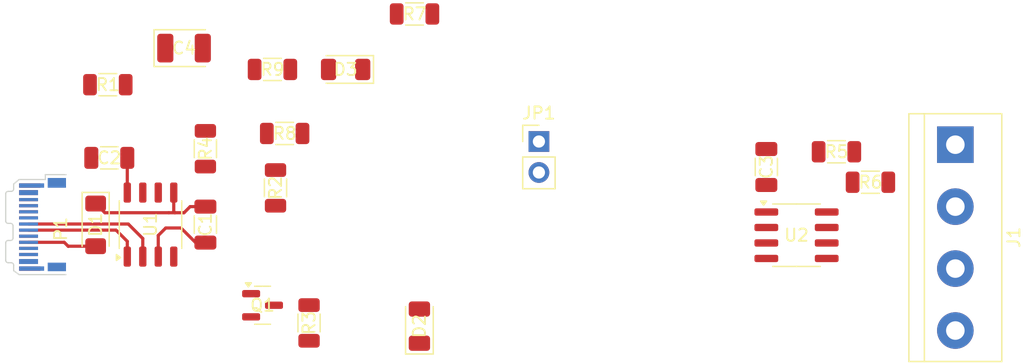
<source format=kicad_pcb>
(kicad_pcb (version 20240108) (generator "pcbnew") (generator_version "8.0")
  (layers (0 "F.Cu" signal) (31 "B.Cu" signal) (34 "B.Paste" user) (35 "F.Paste" user) (36 "B.SilkS" user "B.Silkscreen") (37 "F.SilkS" user "F.Silkscreen") (38 "B.Mask" user) (39 "F.Mask" user) (44 "Edge.Cuts" user))
  (net 0 "")
  (net 1 "GND")
  (net 2 "+5")
  (net 3 "Net-(U1-V3)")
  (net 4 "Net-(D1-A)")
  (net 5 "D+")
  (net 7 "D-")
  (net 9 "REDE")
  (net 10 "Net-(Q1-B)")
  (net 11 "RX")
  (net 12 "TX")
  (net 13 "B")
  (net 14 "A")
  (net 15 "Net-(JP1-A)")
  (net 16 "Net-(D2-A)")
  (net 17 "Net-(D3-A)")
  (footprint "Resistor_SMD:R_1206_3216Metric" (layer "F.Cu") (at 48.75 25)
    (property "Reference" "R8" (at 0 0 0) (layer "F.SilkS"))
    (property "Value" "1k2")
    (fp_line (start -0.727064 -0.91) (end 0.727064 -0.91) (stroke (width 0.12)) (layer "F.SilkS"))
    (fp_line (start -0.727064 0.91) (end 0.727064 0.91) (stroke (width 0.12)) (layer "F.SilkS"))
    (pad "1" smd roundrect (at -1.4625 0) (size 1.125 1.75) (layers "F.Cu" "F.Paste" "F.Mask") (roundrect_rratio 0.222222) (net 12 "TX"))
    (pad "2" smd roundrect (at 1.4625 0) (size 1.125 1.75) (layers "F.Cu" "F.Paste" "F.Mask") (roundrect_rratio 0.222222) (net 16 "Net-(D2-A)"))
  )
  (footprint "Diode_SMD:D_MiniMELF" (layer "F.Cu") (at 33.25 32.495 -90)
    (property "Reference" "D1" (at 0 0 90) (layer "F.SilkS"))
    (property "Value" "LL4148")
    (fp_line (start -2.66 1.11) (end 1.75 1.11) (stroke (width 0.12)) (layer "F.SilkS"))
    (fp_line (start -2.66 -1.11) (end -2.66 1.11) (stroke (width 0.12)) (layer "F.SilkS"))
    (fp_line (start 1.75 -1.11) (end -2.66 -1.11) (stroke (width 0.12)) (layer "F.SilkS"))
    (pad "1" smd roundrect (at -1.75 0 270) (size 1.3 1.7) (layers "F.Cu" "F.Paste" "F.Mask") (roundrect_rratio 0.1923076923) (net 2 "+5"))
    (pad "2" smd roundrect (at 1.75 0 270) (size 1.3 1.7) (layers "F.Cu" "F.Paste" "F.Mask") (roundrect_rratio 0.1923076923) (net 4 "Net-(D1-A)"))
  )
  (footprint "Connector_USB:USB_C_Plug_JAE_DX07P024AJ1" (layer "F.Cu") (at 28.8975 32.675 -90)
    (property "Reference" "P1" (at 0.16 -1.49 90) (layer "F.SilkS"))
    (property "Value" "USB_C_Plug_USB2.0")
    (fp_line (start -0.5 3.0225) (end -2.725 3.0225) (stroke (width 0.1)) (layer "Edge.Cuts"))
    (fp_line (start 1.3 3.0225) (end 2.725 3.0225) (stroke (width 0.1)) (layer "Edge.Cuts"))
    (fp_line (start -2.925 2.8225) (end -2.925 2.5725) (stroke (width 0.1)) (layer "Edge.Cuts"))
    (fp_line (start 1.1 2.8225) (end 1.1 2.6225) (stroke (width 0.1)) (layer "Edge.Cuts"))
    (fp_line (start 2.925 2.8225) (end 2.925 2.5725) (stroke (width 0.1)) (layer "Edge.Cuts"))
    (fp_line (start -0.3 2.6225) (end -0.3 2.8225) (stroke (width 0.1)) (layer "Edge.Cuts"))
    (fp_line (start -0.1 2.4225) (end 0.9 2.4225) (stroke (width 0.1)) (layer "Edge.Cuts"))
    (fp_line (start -3.53 2.3725) (end -3.9 1.9225) (stroke (width 0.1)) (layer "Edge.Cuts"))
    (fp_line (start -3.125 2.3725) (end -3.53 2.3725) (stroke (width 0.1)) (layer "Edge.Cuts"))
    (fp_line (start 3.125 2.3725) (end 3.575 2.3725) (stroke (width 0.1)) (layer "Edge.Cuts"))
    (fp_line (start 3.575 2.3725) (end 3.9 1.9225) (stroke (width 0.1)) (layer "Edge.Cuts"))
    (fp_line (start -3.9 1.9225) (end -3.9 -0.2275) (stroke (width 0.1)) (layer "Edge.Cuts"))
    (fp_line (start 3.9 1.9225) (end 3.9 -1.9175) (stroke (width 0.1)) (layer "Edge.Cuts"))
    (fp_line (start -4.3 -0.2275) (end -3.9 -0.2275) (stroke (width 0.1)) (layer "Edge.Cuts"))
    (fp_line (start -4.3 -1.93) (end -4.3 -0.2275) (stroke (width 0.1)) (layer "Edge.Cuts"))
    (fp_arc (start -2.725 3.0225) (mid -2.866421 2.963921) (end -2.925 2.8225) (stroke (width 0.1)) (layer "Edge.Cuts"))
    (fp_arc (start 1.3 3.0225) (mid 1.158579 2.963921) (end 1.1 2.8225) (stroke (width 0.1)) (layer "Edge.Cuts"))
    (fp_arc (start -0.3 2.8225) (mid -0.358579 2.963921) (end -0.5 3.0225) (stroke (width 0.1)) (layer "Edge.Cuts"))
    (fp_arc (start 2.925 2.8225) (mid 2.866421 2.963921) (end 2.725 3.0225) (stroke (width 0.1)) (layer "Edge.Cuts"))
    (fp_arc (start -0.3 2.6225) (mid -0.241421 2.481079) (end -0.1 2.4225) (stroke (width 0.1)) (layer "Edge.Cuts"))
    (fp_arc (start 2.925 2.5725) (mid 2.983579 2.431079) (end 3.125 2.3725) (stroke (width 0.1)) (layer "Edge.Cuts"))
    (fp_arc (start 0.9 2.4225) (mid 1.041421 2.481079) (end 1.1 2.6225) (stroke (width 0.1)) (layer "Edge.Cuts"))
    (fp_arc (start -3.125 2.3725) (mid -2.983579 2.431079) (end -2.925 2.5725) (stroke (width 0.1)) (layer "Edge.Cuts"))
    (pad "" smd rect (at -3.405 1.0475 270) (size 0.36 1.75) (layers "F.Cu" "F.Mask"))
    (pad "" smd rect (at 3.405 1.0475 270) (size 0.36 1.75) (layers "F.Cu" "F.Mask"))
    (pad "A1" smd rect (at 2.825 1.1475 270) (size 0.41 1.55) (layers "F.Cu" "F.Paste" "F.Mask") (net 1 "GND"))
    (pad "A2" smd rect (at 2.25 1.1475 270) (size 0.26 1.55) (layers "F.Cu" "F.Paste" "F.Mask"))
    (pad "A3" smd rect (at 1.75 1.1475 270) (size 0.26 1.55) (layers "F.Cu" "F.Paste" "F.Mask"))
    (pad "A4" smd rect (at 1.25 1.1475 270) (size 0.26 1.55) (layers "F.Cu" "F.Paste" "F.Mask") (net 4 "Net-(D1-A)"))
    (pad "A5" smd rect (at 0.75 1.1475 270) (size 0.26 1.55) (layers "F.Cu" "F.Paste" "F.Mask"))
    (pad "A6" smd rect (at 0.25 1.1475 90) (size 0.26 1.55) (layers "F.Cu" "F.Paste" "F.Mask") (net 5 "D+"))
    (pad "A7" smd rect (at -0.25 1.1475 90) (size 0.26 1.55) (layers "F.Cu" "F.Paste" "F.Mask") (net 7 "D-"))
    (pad "A8" smd rect (at -0.75 1.1475 270) (size 0.26 1.55) (layers "F.Cu" "F.Paste" "F.Mask"))
    (pad "A9" smd rect (at -1.25 1.1475 270) (size 0.26 1.55) (layers "F.Cu" "F.Paste" "F.Mask") (net 4 "Net-(D1-A)"))
    (pad "A10" smd rect (at -1.75 1.1475 270) (size 0.26 1.55) (layers "F.Cu" "F.Paste" "F.Mask"))
    (pad "A11" smd rect (at -2.25 1.1475 270) (size 0.26 1.55) (layers "F.Cu" "F.Paste" "F.Mask"))
    (pad "A12" smd rect (at -2.825 1.1475 270) (size 0.41 1.55) (layers "F.Cu" "F.Paste" "F.Mask") (net 1 "GND"))
    (pad "B1" smd rect (at -2.825 1.1475 270) (size 0.41 1.55) (layers "B.Cu" "B.Paste" "B.Mask") (net 1 "GND"))
    (pad "B2" smd rect (at -2.25 1.1475 270) (size 0.26 1.55) (layers "B.Cu" "B.Paste" "B.Mask"))
    (pad "B3" smd rect (at -1.75 1.1475 270) (size 0.26 1.55) (layers "B.Cu" "B.Paste" "B.Mask"))
    (pad "B4" smd rect (at -1.25 1.1475 270) (size 0.26 1.55) (layers "B.Cu" "B.Paste" "B.Mask") (net 4 "Net-(D1-A)"))
    (pad "B5" smd rect (at -0.75 1.1475 270) (size 0.26 1.55) (layers "B.Cu" "B.Paste" "B.Mask"))
    (pad "B6" smd rect (at -0.25 1.1475 90) (size 0.26 1.55) (layers "B.Cu" "B.Paste" "B.Mask"))
    (pad "B7" smd rect (at 0.25 1.1475 270) (size 0.26 1.55) (layers "B.Cu" "B.Paste" "B.Mask"))
    (pad "B8" smd rect (at 0.75 1.1475 270) (size 0.26 1.55) (layers "B.Cu" "B.Paste" "B.Mask"))
    (pad "B9" smd rect (at 1.25 1.1475 270) (size 0.26 1.55) (layers "B.Cu" "B.Paste" "B.Mask") (net 4 "Net-(D1-A)"))
    (pad "B10" smd rect (at 1.75 1.1475 270) (size 0.26 1.55) (layers "B.Cu" "B.Paste" "B.Mask"))
    (pad "B11" smd rect (at 2.25 1.1475 270) (size 0.26 1.55) (layers "B.Cu" "B.Paste" "B.Mask"))
    (pad "B12" smd rect (at 2.825 1.1475 270) (size 0.41 1.55) (layers "B.Cu" "B.Paste" "B.Mask") (net 1 "GND"))
    (pad "S1" smd rect (at -3.625 -1.1725 270) (size 0.8 1.5) (layers "B.Cu" "B.Paste" "B.Mask") (net 1 "GND"))
    (pad "S1" smd rect (at -3.405 0.8975 270) (size 0.36 2.05) (layers "B.Cu" "B.Paste" "B.Mask") (net 1 "GND"))
    (pad "S1" smd rect (at 3.27 -1.1725 90) (size 0.7 1.5) (layers "B.Cu" "B.Paste" "B.Mask") (net 1 "GND"))
    (pad "S1" smd rect (at 3.405 0.8975 270) (size 0.36 2.05) (layers "B.Cu" "B.Paste" "B.Mask") (net 1 "GND"))
  )
  (footprint "Package_TO_SOT_SMD:SOT-23" (layer "F.Cu") (at 46.9375 39.0875)
    (property "Reference" "Q1" (at 0 0 0) (layer "F.SilkS"))
    (property "Value" "BC807")
    (fp_line (start 0 -1.56) (end -0.65 -1.56) (stroke (width 0.12)) (layer "F.SilkS"))
    (fp_line (start 0 -1.56) (end 0.65 -1.56) (stroke (width 0.12)) (layer "F.SilkS"))
    (fp_line (start 0 1.56) (end -0.65 1.56) (stroke (width 0.12)) (layer "F.SilkS"))
    (fp_line (start 0 1.56) (end 0.65 1.56) (stroke (width 0.12)) (layer "F.SilkS"))
    (fp_poly (pts (xy -1.1625 -1.51) (xy -1.4025 -1.84) (xy -0.9225 -1.84) (xy -1.1625 -1.51)) (stroke (width 0.12)) (fill solid) (layer "F.SilkS"))
    (pad "1" smd roundrect (at -0.9375 -0.95) (size 1.475 0.6) (layers "F.Cu" "F.Paste" "F.Mask") (net 10 "Net-(Q1-B)"))
    (pad "2" smd roundrect (at -0.9375 0.95) (size 1.475 0.6) (layers "F.Cu" "F.Paste" "F.Mask") (net 2 "+5"))
    (pad "3" smd roundrect (at 0.9375 0) (size 1.475 0.6) (layers "F.Cu" "F.Paste" "F.Mask") (net 9 "REDE"))
  )
  (footprint "Resistor_SMD:R_1206_3216Metric" (layer "F.Cu") (at 34.25 21 180)
    (property "Reference" "R1" (at 0 0 360) (layer "F.SilkS"))
    (property "Value" "100k")
    (fp_line (start -0.727064 0.91) (end 0.727064 0.91) (stroke (width 0.12)) (layer "F.SilkS"))
    (fp_line (start -0.727064 -0.91) (end 0.727064 -0.91) (stroke (width 0.12)) (layer "F.SilkS"))
    (pad "1" smd roundrect (at -1.4625 0 180) (size 1.125 1.75) (layers "F.Cu" "F.Paste" "F.Mask") (roundrect_rratio 0.222222) (net 2 "+5"))
    (pad "2" smd roundrect (at 1.4625 0 180) (size 1.125 1.75) (layers "F.Cu" "F.Paste" "F.Mask") (roundrect_rratio 0.222222) (net 11 "RX"))
  )
  (footprint "Resistor_SMD:R_1206_3216Metric" (layer "F.Cu") (at 59.4 15.2)
    (property "Reference" "R7" (at 0 0 0) (layer "F.SilkS"))
    (property "Value" "120")
    (fp_line (start -0.727064 -0.91) (end 0.727064 -0.91) (stroke (width 0.12)) (layer "F.SilkS"))
    (fp_line (start -0.727064 0.91) (end 0.727064 0.91) (stroke (width 0.12)) (layer "F.SilkS"))
    (pad "1" smd roundrect (at -1.4625 0) (size 1.125 1.75) (layers "F.Cu" "F.Paste" "F.Mask") (roundrect_rratio 0.222222) (net 15 "Net-(JP1-A)"))
    (pad "2" smd roundrect (at 1.4625 0) (size 1.125 1.75) (layers "F.Cu" "F.Paste" "F.Mask") (roundrect_rratio 0.222222) (net 13 "B"))
  )
  (footprint "Resistor_SMD:R_1206_3216Metric" (layer "F.Cu") (at 50.75 40.5375 -90)
    (property "Reference" "R3" (at 0 0 90) (layer "F.SilkS"))
    (property "Value" "20k")
    (fp_line (start -0.727064 0.91) (end 0.727064 0.91) (stroke (width 0.12)) (layer "F.SilkS"))
    (fp_line (start -0.727064 -0.91) (end 0.727064 -0.91) (stroke (width 0.12)) (layer "F.SilkS"))
    (pad "1" smd roundrect (at -1.4625 0 270) (size 1.125 1.75) (layers "F.Cu" "F.Paste" "F.Mask") (roundrect_rratio 0.222222) (net 9 "REDE"))
    (pad "2" smd roundrect (at 1.4625 0 270) (size 1.125 1.75) (layers "F.Cu" "F.Paste" "F.Mask") (roundrect_rratio 0.222222) (net 1 "GND"))
  )
  (footprint "Capacitor_SMD:C_1206_3216Metric" (layer "F.Cu") (at 42.25 32.4725 -90)
    (property "Reference" "C1" (at 0 0 90) (layer "F.SilkS"))
    (property "Value" "1u")
    (fp_line (start -0.711252 0.91) (end 0.711252 0.91) (stroke (width 0.12)) (layer "F.SilkS"))
    (fp_line (start -0.711252 -0.91) (end 0.711252 -0.91) (stroke (width 0.12)) (layer "F.SilkS"))
    (pad "1" smd roundrect (at -1.475 0 270) (size 1.15 1.8) (layers "F.Cu" "F.Paste" "F.Mask") (roundrect_rratio 0.217391) (net 2 "+5"))
    (pad "2" smd roundrect (at 1.475 0 270) (size 1.15 1.8) (layers "F.Cu" "F.Paste" "F.Mask") (roundrect_rratio 0.217391) (net 1 "GND"))
  )
  (footprint "Resistor_SMD:R_1206_3216Metric" (layer "F.Cu") (at 94 26.5)
    (property "Reference" "R5" (at 0 0 0) (layer "F.SilkS"))
    (property "Value" "20k")
    (fp_line (start -0.727064 -0.91) (end 0.727064 -0.91) (stroke (width 0.12)) (layer "F.SilkS"))
    (fp_line (start -0.727064 0.91) (end 0.727064 0.91) (stroke (width 0.12)) (layer "F.SilkS"))
    (pad "1" smd roundrect (at -1.4625 0) (size 1.125 1.75) (layers "F.Cu" "F.Paste" "F.Mask") (roundrect_rratio 0.222222) (net 13 "B"))
    (pad "2" smd roundrect (at 1.4625 0) (size 1.125 1.75) (layers "F.Cu" "F.Paste" "F.Mask") (roundrect_rratio 0.222222) (net 1 "GND"))
  )
  (footprint "Capacitor_SMD:C_1206_3216Metric" (layer "F.Cu") (at 34.37 27)
    (property "Reference" "C2" (at 0 0 0) (layer "F.SilkS"))
    (property "Value" "0,1")
    (fp_line (start -0.711252 -0.91) (end 0.711252 -0.91) (stroke (width 0.12)) (layer "F.SilkS"))
    (fp_line (start -0.711252 0.91) (end 0.711252 0.91) (stroke (width 0.12)) (layer "F.SilkS"))
    (pad "1" smd roundrect (at -1.475 0) (size 1.15 1.8) (layers "F.Cu" "F.Paste" "F.Mask") (roundrect_rratio 0.217391) (net 1 "GND"))
    (pad "2" smd roundrect (at 1.475 0) (size 1.15 1.8) (layers "F.Cu" "F.Paste" "F.Mask") (roundrect_rratio 0.217391) (net 3 "Net-(U1-V3)"))
  )
  (footprint "Resistor_SMD:R_1206_3216Metric" (layer "F.Cu") (at 48 29.4625 90)
    (property "Reference" "R2" (at 0 0 90) (layer "F.SilkS"))
    (property "Value" "100k")
    (fp_line (start -0.727064 -0.91) (end 0.727064 -0.91) (stroke (width 0.12)) (layer "F.SilkS"))
    (fp_line (start -0.727064 0.91) (end 0.727064 0.91) (stroke (width 0.12)) (layer "F.SilkS"))
    (pad "1" smd roundrect (at -1.4625 0 90) (size 1.125 1.75) (layers "F.Cu" "F.Paste" "F.Mask") (roundrect_rratio 0.222222) (net 2 "+5"))
    (pad "2" smd roundrect (at 1.4625 0 90) (size 1.125 1.75) (layers "F.Cu" "F.Paste" "F.Mask") (roundrect_rratio 0.222222) (net 12 "TX"))
  )
  (footprint "LED_SMD:LED_1206_3216Metric" (layer "F.Cu") (at 53.75 19.75 180)
    (property "Reference" "D3" (at 0 0 360) (layer "F.SilkS"))
    (property "Value" "LED")
    (fp_line (start 1.6 -1.135) (end -2.285 -1.135) (stroke (width 0.12)) (layer "F.SilkS"))
    (fp_line (start -2.285 1.135) (end 1.6 1.135) (stroke (width 0.12)) (layer "F.SilkS"))
    (fp_line (start -2.285 -1.135) (end -2.285 1.135) (stroke (width 0.12)) (layer "F.SilkS"))
    (pad "1" smd roundrect (at -1.4 0 180) (size 1.25 1.75) (layers "F.Cu" "F.Paste" "F.Mask") (roundrect_rratio 0.2) (net 1 "GND"))
    (pad "2" smd roundrect (at 1.4 0 180) (size 1.25 1.75) (layers "F.Cu" "F.Paste" "F.Mask") (roundrect_rratio 0.2) (net 17 "Net-(D3-A)"))
  )
  (footprint "LED_SMD:LED_1206_3216Metric" (layer "F.Cu") (at 59.8 40.8 90)
    (property "Reference" "D2" (at 0 0 90) (layer "F.SilkS"))
    (property "Value" "LED")
    (fp_line (start 1.6 -1.135) (end -2.285 -1.135) (stroke (width 0.12)) (layer "F.SilkS"))
    (fp_line (start -2.285 -1.135) (end -2.285 1.135) (stroke (width 0.12)) (layer "F.SilkS"))
    (fp_line (start -2.285 1.135) (end 1.6 1.135) (stroke (width 0.12)) (layer "F.SilkS"))
    (pad "1" smd roundrect (at -1.4 0 90) (size 1.25 1.75) (layers "F.Cu" "F.Paste" "F.Mask") (roundrect_rratio 0.2) (net 1 "GND"))
    (pad "2" smd roundrect (at 1.4 0 90) (size 1.25 1.75) (layers "F.Cu" "F.Paste" "F.Mask") (roundrect_rratio 0.2) (net 16 "Net-(D2-A)"))
  )
  (footprint "Resistor_SMD:R_1206_3216Metric" (layer "F.Cu") (at 42.25 26.25 -90)
    (property "Reference" "R4" (at 0 0 90) (layer "F.SilkS"))
    (property "Value" "4k7")
    (fp_line (start -0.727064 0.91) (end 0.727064 0.91) (stroke (width 0.12)) (layer "F.SilkS"))
    (fp_line (start -0.727064 -0.91) (end 0.727064 -0.91) (stroke (width 0.12)) (layer "F.SilkS"))
    (pad "1" smd roundrect (at -1.4625 0 270) (size 1.125 1.75) (layers "F.Cu" "F.Paste" "F.Mask") (roundrect_rratio 0.222222) (net 12 "TX"))
    (pad "2" smd roundrect (at 1.4625 0 270) (size 1.125 1.75) (layers "F.Cu" "F.Paste" "F.Mask") (roundrect_rratio 0.222222) (net 10 "Net-(Q1-B)"))
  )
  (footprint "Resistor_SMD:R_1206_3216Metric" (layer "F.Cu") (at 96.7875 29)
    (property "Reference" "R6" (at 0 0 0) (layer "F.SilkS"))
    (property "Value" "20k")
    (fp_line (start -0.727064 -0.91) (end 0.727064 -0.91) (stroke (width 0.12)) (layer "F.SilkS"))
    (fp_line (start -0.727064 0.91) (end 0.727064 0.91) (stroke (width 0.12)) (layer "F.SilkS"))
    (pad "1" smd roundrect (at -1.4625 0) (size 1.125 1.75) (layers "F.Cu" "F.Paste" "F.Mask") (roundrect_rratio 0.222222) (net 2 "+5"))
    (pad "2" smd roundrect (at 1.4625 0) (size 1.125 1.75) (layers "F.Cu" "F.Paste" "F.Mask") (roundrect_rratio 0.222222) (net 14 "A"))
  )
  (footprint "Capacitor_Tantalum_SMD:CP_EIA-3528-21_Kemet-B" (layer "F.Cu") (at 40.5 18)
    (property "Reference" "C4" (at 0 0 0) (layer "F.SilkS"))
    (property "Value" "22u")
    (fp_line (start -2.46 -1.51) (end -2.46 1.51) (stroke (width 0.12)) (layer "F.SilkS"))
    (fp_line (start -2.46 1.51) (end 1.75 1.51) (stroke (width 0.12)) (layer "F.SilkS"))
    (fp_line (start 1.75 -1.51) (end -2.46 -1.51) (stroke (width 0.12)) (layer "F.SilkS"))
    (pad "1" smd roundrect (at -1.5375 0) (size 1.325 2.35) (layers "F.Cu" "F.Paste" "F.Mask") (roundrect_rratio 0.188679) (net 2 "+5"))
    (pad "2" smd roundrect (at 1.5375 0) (size 1.325 2.35) (layers "F.Cu" "F.Paste" "F.Mask") (roundrect_rratio 0.188679) (net 1 "GND"))
  )
  (footprint "Connector_PinHeader_2.54mm:PinHeader_1x02_P2.54mm_Vertical" (layer "F.Cu") (at 69.6 25.66)
    (property "Reference" "JP1" (at 0 -2.33 0) (layer "F.SilkS"))
    (property "Value" "Jumper_2_Bridged")
    (fp_line (start -1.33 -1.33) (end 0 -1.33) (stroke (width 0.12)) (layer "F.SilkS"))
    (fp_line (start -1.33 0) (end -1.33 -1.33) (stroke (width 0.12)) (layer "F.SilkS"))
    (fp_line (start -1.33 1.27) (end -1.33 3.87) (stroke (width 0.12)) (layer "F.SilkS"))
    (fp_line (start -1.33 1.27) (end 1.33 1.27) (stroke (width 0.12)) (layer "F.SilkS"))
    (fp_line (start -1.33 3.87) (end 1.33 3.87) (stroke (width 0.12)) (layer "F.SilkS"))
    (fp_line (start 1.33 1.27) (end 1.33 3.87) (stroke (width 0.12)) (layer "F.SilkS"))
    (pad "1" thru_hole rect (at 0 0) (size 1.7 1.7) (drill 1) (layers "*.Cu" "*.Mask") (net 15 "Net-(JP1-A)"))
    (pad "2" thru_hole oval (at 0 2.54) (size 1.7 1.7) (drill 1) (layers "*.Cu" "*.Mask") (net 14 "A"))
  )
  (footprint "TerminalBlock:TerminalBlock_bornier-4_P5.08mm" (layer "F.Cu") (at 103.75 25.92 -90)
    (property "Reference" "J1" (at 7.6 -4.8 90) (layer "F.SilkS"))
    (property "Value" "Conn_01x04")
    (fp_line (start -2.54 3.81) (end 17.78 3.81) (stroke (width 0.12)) (layer "F.SilkS"))
    (fp_line (start 17.78 3.81) (end 17.78 -3.81) (stroke (width 0.12)) (layer "F.SilkS"))
    (fp_line (start 17.78 2.54) (end -2.54 2.54) (stroke (width 0.12)) (layer "F.SilkS"))
    (fp_line (start -2.54 -3.81) (end -2.54 3.81) (stroke (width 0.12)) (layer "F.SilkS"))
    (fp_line (start -2.54 -3.81) (end 17.78 -3.81) (stroke (width 0.12)) (layer "F.SilkS"))
    (pad "1" thru_hole rect (at 0 0 270) (size 3 3) (drill 1.52) (layers "*.Cu" "*.Mask") (net 2 "+5"))
    (pad "2" thru_hole circle (at 5.08 0 270) (size 3 3) (drill 1.52) (layers "*.Cu" "*.Mask") (net 13 "B"))
    (pad "3" thru_hole circle (at 10.16 0 270) (size 3 3) (drill 1.52) (layers "*.Cu" "*.Mask") (net 14 "A"))
    (pad "4" thru_hole circle (at 15.24 0 270) (size 3 3) (drill 1.52) (layers "*.Cu" "*.Mask") (net 1 "GND"))
  )
  (footprint "Package_SO:SOP-8_3.9x4.9mm_P1.27mm" (layer "F.Cu") (at 37.75 32.4725 90)
    (property "Reference" "U1" (at 0 0 90) (layer "F.SilkS"))
    (property "Value" "CH340N")
    (fp_line (start 0 -2.56) (end 1.95 -2.56) (stroke (width 0.12)) (layer "F.SilkS"))
    (fp_line (start 0 -2.56) (end -1.95 -2.56) (stroke (width 0.12)) (layer "F.SilkS"))
    (fp_line (start 0 2.56) (end 1.95 2.56) (stroke (width 0.12)) (layer "F.SilkS"))
    (fp_line (start 0 2.56) (end -1.95 2.56) (stroke (width 0.12)) (layer "F.SilkS"))
    (fp_poly (pts (xy -2.7 -2.465) (xy -2.94 -2.795) (xy -2.46 -2.795) (xy -2.7 -2.465)) (stroke (width 0.12)) (fill solid) (layer "F.SilkS"))
    (pad "1" smd roundrect (at -2.625 -1.905 90) (size 1.65 0.6) (layers "F.Cu" "F.Paste" "F.Mask") (net 5 "D+"))
    (pad "2" smd roundrect (at -2.625 -0.635 90) (size 1.65 0.6) (layers "F.Cu" "F.Paste" "F.Mask") (net 7 "D-"))
    (pad "3" smd roundrect (at -2.625 0.635 90) (size 1.65 0.6) (layers "F.Cu" "F.Paste" "F.Mask") (net 1 "GND"))
    (pad "4" smd roundrect (at -2.625 1.905 90) (size 1.65 0.6) (layers "F.Cu" "F.Paste" "F.Mask"))
    (pad "5" smd roundrect (at 2.625 1.905 90) (size 1.65 0.6) (layers "F.Cu" "F.Paste" "F.Mask") (net 2 "+5"))
    (pad "6" smd roundrect (at 2.625 0.635 90) (size 1.65 0.6) (layers "F.Cu" "F.Paste" "F.Mask") (net 12 "TX"))
    (pad "7" smd roundrect (at 2.625 -0.635 90) (size 1.65 0.6) (layers "F.Cu" "F.Paste" "F.Mask") (net 11 "RX"))
    (pad "8" smd roundrect (at 2.625 -1.905 90) (size 1.65 0.6) (layers "F.Cu" "F.Paste" "F.Mask") (net 3 "Net-(U1-V3)"))
  )
  (footprint "Resistor_SMD:R_1206_3216Metric" (layer "F.Cu") (at 47.75 19.75)
    (property "Reference" "R9" (at 0 0 0) (layer "F.SilkS"))
    (property "Value" "1k2")
    (fp_line (start -0.727064 -0.91) (end 0.727064 -0.91) (stroke (width 0.12)) (layer "F.SilkS"))
    (fp_line (start -0.727064 0.91) (end 0.727064 0.91) (stroke (width 0.12)) (layer "F.SilkS"))
    (pad "1" smd roundrect (at -1.4625 0) (size 1.125 1.75) (layers "F.Cu" "F.Paste" "F.Mask") (roundrect_rratio 0.222222) (net 11 "RX"))
    (pad "2" smd roundrect (at 1.4625 0) (size 1.125 1.75) (layers "F.Cu" "F.Paste" "F.Mask") (roundrect_rratio 0.222222) (net 17 "Net-(D3-A)"))
  )
  (footprint "Package_SO:SOIC-8_3.9x4.9mm_P1.27mm" (layer "F.Cu") (at 90.725 33.345)
    (property "Reference" "U2" (at 0 0 0) (layer "F.SilkS"))
    (property "Value" "MAX485E")
    (fp_line (start 0 -2.56) (end -1.95 -2.56) (stroke (width 0.12)) (layer "F.SilkS"))
    (fp_line (start 0 -2.56) (end 1.95 -2.56) (stroke (width 0.12)) (layer "F.SilkS"))
    (fp_line (start 0 2.56) (end -1.95 2.56) (stroke (width 0.12)) (layer "F.SilkS"))
    (fp_line (start 0 2.56) (end 1.95 2.56) (stroke (width 0.12)) (layer "F.SilkS"))
    (fp_poly (pts (xy -2.7 -2.465) (xy -2.94 -2.795) (xy -2.46 -2.795) (xy -2.7 -2.465)) (stroke (width 0.12)) (fill solid) (layer "F.SilkS"))
    (pad "1" smd roundrect (at -2.475 -1.905) (size 1.95 0.6) (layers "F.Cu" "F.Paste" "F.Mask") (net 11 "RX"))
    (pad "2" smd roundrect (at -2.475 -0.635) (size 1.95 0.6) (layers "F.Cu" "F.Paste" "F.Mask") (net 9 "REDE"))
    (pad "3" smd roundrect (at -2.475 0.635) (size 1.95 0.6) (layers "F.Cu" "F.Paste" "F.Mask") (net 9 "REDE"))
    (pad "4" smd roundrect (at -2.475 1.905) (size 1.95 0.6) (layers "F.Cu" "F.Paste" "F.Mask") (net 12 "TX"))
    (pad "5" smd roundrect (at 2.475 1.905) (size 1.95 0.6) (layers "F.Cu" "F.Paste" "F.Mask") (net 1 "GND"))
    (pad "6" smd roundrect (at 2.475 0.635) (size 1.95 0.6) (layers "F.Cu" "F.Paste" "F.Mask") (net 14 "A"))
    (pad "7" smd roundrect (at 2.475 -0.635) (size 1.95 0.6) (layers "F.Cu" "F.Paste" "F.Mask") (net 13 "B"))
    (pad "8" smd roundrect (at 2.475 -1.905) (size 1.95 0.6) (layers "F.Cu" "F.Paste" "F.Mask") (net 2 "+5"))
  )
  (footprint "Capacitor_SMD:C_1206_3216Metric" (layer "F.Cu") (at 88.25 27.75 -90)
    (property "Reference" "C3" (at 0 0 90) (layer "F.SilkS"))
    (property "Value" "1u")
    (fp_line (start -0.711252 0.91) (end 0.711252 0.91) (stroke (width 0.12)) (layer "F.SilkS"))
    (fp_line (start -0.711252 -0.91) (end 0.711252 -0.91) (stroke (width 0.12)) (layer "F.SilkS"))
    (pad "1" smd roundrect (at -1.475 0 270) (size 1.15 1.8) (layers "F.Cu" "F.Paste" "F.Mask") (roundrect_rratio 0.217391) (net 2 "+5"))
    (pad "2" smd roundrect (at 1.475 0 270) (size 1.15 1.8) (layers "F.Cu" "F.Paste" "F.Mask") (roundrect_rratio 0.217391) (net 1 "GND"))
  )
  (segment (start 41.4475 33.9475) (end 40.25 32.75) (width 0.26) (layer "F.Cu") (net 1))
  (segment (start 40.25 32.75) (end 39 32.75) (width 0.26) (layer "F.Cu") (net 1))
  (segment (start 39 32.75) (end 38.385 33.365) (width 0.26) (layer "F.Cu") (net 1))
  (segment (start 42.25 33.9475) (end 41.4475 33.9475) (width 0.26) (layer "F.Cu") (net 1))
  (segment (start 38.385 33.365) (end 38.385 35.0975) (width 0.26) (layer "F.Cu") (net 1))
  (segment (start 39.655 29.8475) (end 39.655 31.405) (width 0.26) (layer "F.Cu") (net 2))
  (segment (start 41.0025 30.9975) (end 42.25 30.9975) (width 0.26) (layer "F.Cu") (net 2))
  (segment (start 33.25 30.745) (end 34.005 31.5) (width 0.26) (layer "F.Cu") (net 2))
  (segment (start 40.5 31.5) (end 41.0025 30.9975) (width 0.26) (layer "F.Cu") (net 2))
  (segment (start 39.25 31.5) (end 39.75 31.5) (width 0.26) (layer "F.Cu") (net 2))
  (segment (start 34.005 31.5) (end 39.25 31.5) (width 0.26) (layer "F.Cu") (net 2))
  (segment (start 39.655 31.405) (end 39.75 31.5) (width 0.26) (layer "F.Cu") (net 2))
  (segment (start 39.75 31.5) (end 40.5 31.5) (width 0.26) (layer "F.Cu") (net 2))
  (segment (start 35.845 27) (end 35.845 29.8475) (width 0.26) (layer "F.Cu") (net 3))
  (segment (start 30.675 33.925) (end 31 34.25) (width 0.26) (layer "F.Cu") (net 4))
  (segment (start 31.005 34.245) (end 33.25 34.245) (width 0.26) (layer "F.Cu") (net 4))
  (segment (start 31 34.25) (end 31.005 34.245) (width 0.26) (layer "F.Cu") (net 4))
  (segment (start 27.75 33.925) (end 30.675 33.925) (width 0.26) (layer "F.Cu") (net 4))
  (segment (start 35.845 35.0975) (end 35.845 33.845) (width 0.26) (layer "F.Cu") (net 5))
  (segment (start 35.845 33.845) (end 34.925 32.925) (width 0.26) (layer "F.Cu") (net 5))
  (segment (start 34.925 32.925) (end 27.75 32.925) (width 0.26) (layer "F.Cu") (net 5))
  (segment (start 37.115 33.615) (end 37.115 35.0975) (width 0.26) (layer "F.Cu") (net 7))
  (segment (start 27.75 32.425) (end 35.925 32.425) (width 0.26) (layer "F.Cu") (net 7))
  (segment (start 35.925 32.425) (end 37.115 33.615) (width 0.26) (layer "F.Cu") (net 7))
)
</source>
